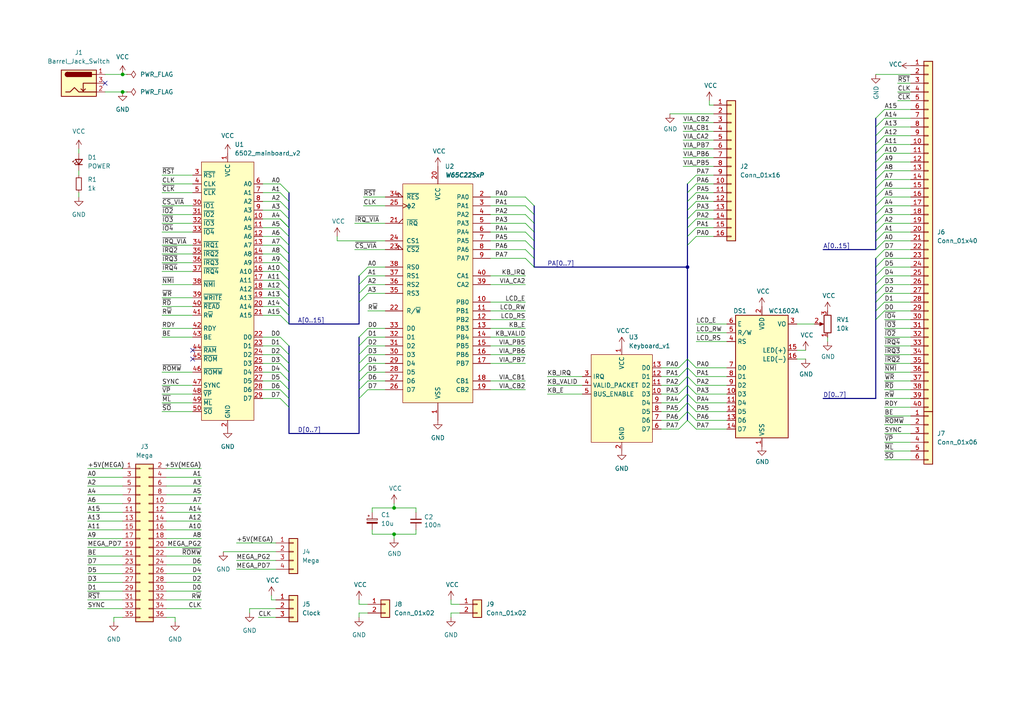
<source format=kicad_sch>
(kicad_sch (version 20211123) (generator eeschema)
  (paper "A4")
  (title_block (title "Project Title") (date "Date") (rev "REV") (comment 2 "<REPO-URL>") (comment 3 "Licensed under CERN-OHL-W v2") (comment 4 "Copyright © 2022 Adrien Kohlbecker"))
  (junction (at 114.3 147.32))
  (junction (at 35.56 26.67))
  (junction (at 114.3 154.94))
  (junction (at 35.56 21.59))
  (junction (at 199.39 77.47))
  (no_connect (at 55.88 104.14))
  (no_connect (at 30.48 24.13))
  (no_connect (at 55.88 101.6))
  (bus_entry (at 201.93 111.76) (size -2.54 -2.54))
  (bus_entry (at 81.28 68.58) (size 2.54 2.54))
  (bus_entry (at 154.94 77.47) (size -2.54 -2.54))
  (bus_entry (at 106.68 77.47) (size -2.54 2.54))
  (bus_entry (at 256.54 62.23) (size -2.54 2.54))
  (bus_entry (at 81.28 105.41) (size 2.54 2.54))
  (bus_entry (at 106.68 100.33) (size -2.54 2.54))
  (bus_entry (at 106.68 105.41) (size -2.54 2.54))
  (bus_entry (at 81.28 97.79) (size 2.54 2.54))
  (bus_entry (at 201.93 58.42) (size -2.54 2.54))
  (bus_entry (at 81.28 91.44) (size 2.54 2.54))
  (bus_entry (at 201.93 55.88) (size -2.54 2.54))
  (bus_entry (at 154.94 74.93) (size -2.54 -2.54))
  (bus_entry (at 201.93 119.38) (size -2.54 -2.54))
  (bus_entry (at 256.54 36.83) (size -2.54 2.54))
  (bus_entry (at 81.28 63.5) (size 2.54 2.54))
  (bus_entry (at 81.28 71.12) (size 2.54 2.54))
  (bus_entry (at 256.54 80.01) (size -2.54 2.54))
  (bus_entry (at 201.93 53.34) (size -2.54 2.54))
  (bus_entry (at 81.28 113.03) (size 2.54 2.54))
  (bus_entry (at 201.93 121.92) (size -2.54 -2.54))
  (bus_entry (at 256.54 82.55) (size -2.54 2.54))
  (bus_entry (at 106.68 85.09) (size -2.54 2.54))
  (bus_entry (at 256.54 46.99) (size -2.54 2.54))
  (bus_entry (at 256.54 64.77) (size -2.54 2.54))
  (bus_entry (at 201.93 63.5) (size -2.54 2.54))
  (bus_entry (at 256.54 49.53) (size -2.54 2.54))
  (bus_entry (at 81.28 107.95) (size 2.54 2.54))
  (bus_entry (at 256.54 87.63) (size -2.54 2.54))
  (bus_entry (at 106.68 97.79) (size -2.54 2.54))
  (bus_entry (at 81.28 63.5) (size 2.54 2.54))
  (bus_entry (at 256.54 34.29) (size -2.54 2.54))
  (bus_entry (at 256.54 44.45) (size -2.54 2.54))
  (bus_entry (at 196.85 114.3) (size 2.54 -2.54))
  (bus_entry (at 154.94 62.23) (size -2.54 -2.54))
  (bus_entry (at 106.68 95.25) (size -2.54 2.54))
  (bus_entry (at 81.28 88.9) (size 2.54 2.54))
  (bus_entry (at 201.93 50.8) (size -2.54 2.54))
  (bus_entry (at 196.85 106.68) (size 2.54 -2.54))
  (bus_entry (at 81.28 78.74) (size 2.54 2.54))
  (bus_entry (at 201.93 60.96) (size -2.54 2.54))
  (bus_entry (at 106.68 80.01) (size -2.54 2.54))
  (bus_entry (at 201.93 68.58) (size -2.54 2.54))
  (bus_entry (at 256.54 57.15) (size -2.54 2.54))
  (bus_entry (at 81.28 76.2) (size 2.54 2.54))
  (bus_entry (at 256.54 85.09) (size -2.54 2.54))
  (bus_entry (at 154.94 72.39) (size -2.54 -2.54))
  (bus_entry (at 196.85 116.84) (size 2.54 -2.54))
  (bus_entry (at 256.54 31.75) (size -2.54 2.54))
  (bus_entry (at 81.28 115.57) (size 2.54 2.54))
  (bus_entry (at 256.54 90.17) (size -2.54 2.54))
  (bus_entry (at 256.54 54.61) (size -2.54 2.54))
  (bus_entry (at 201.93 106.68) (size -2.54 -2.54))
  (bus_entry (at 81.28 66.04) (size 2.54 2.54))
  (bus_entry (at 106.68 110.49) (size -2.54 2.54))
  (bus_entry (at 256.54 77.47) (size -2.54 2.54))
  (bus_entry (at 106.68 113.03) (size -2.54 2.54))
  (bus_entry (at 81.28 100.33) (size 2.54 2.54))
  (bus_entry (at 81.28 55.88) (size 2.54 2.54))
  (bus_entry (at 81.28 58.42) (size 2.54 2.54))
  (bus_entry (at 196.85 119.38) (size 2.54 -2.54))
  (bus_entry (at 154.94 69.85) (size -2.54 -2.54))
  (bus_entry (at 201.93 114.3) (size -2.54 -2.54))
  (bus_entry (at 196.85 124.46) (size 2.54 -2.54))
  (bus_entry (at 154.94 64.77) (size -2.54 -2.54))
  (bus_entry (at 256.54 39.37) (size -2.54 2.54))
  (bus_entry (at 154.94 59.69) (size -2.54 -2.54))
  (bus_entry (at 196.85 121.92) (size 2.54 -2.54))
  (bus_entry (at 154.94 67.31) (size -2.54 -2.54))
  (bus_entry (at 81.28 53.34) (size 2.54 2.54))
  (bus_entry (at 81.28 86.36) (size 2.54 2.54))
  (bus_entry (at 196.85 111.76) (size 2.54 -2.54))
  (bus_entry (at 256.54 72.39) (size -2.54 2.54))
  (bus_entry (at 81.28 83.82) (size 2.54 2.54))
  (bus_entry (at 81.28 102.87) (size 2.54 2.54))
  (bus_entry (at 196.85 109.22) (size 2.54 -2.54))
  (bus_entry (at 106.68 107.95) (size -2.54 2.54))
  (bus_entry (at 256.54 59.69) (size -2.54 2.54))
  (bus_entry (at 106.68 102.87) (size -2.54 2.54))
  (bus_entry (at 201.93 116.84) (size -2.54 -2.54))
  (bus_entry (at 81.28 81.28) (size 2.54 2.54))
  (bus_entry (at 256.54 52.07) (size -2.54 2.54))
  (bus_entry (at 81.28 60.96) (size 2.54 2.54))
  (bus_entry (at 256.54 69.85) (size -2.54 2.54))
  (bus_entry (at 81.28 73.66) (size 2.54 2.54))
  (bus_entry (at 81.28 110.49) (size 2.54 2.54))
  (bus_entry (at 256.54 41.91) (size -2.54 2.54))
  (bus_entry (at 201.93 66.04) (size -2.54 2.54))
  (bus_entry (at 256.54 67.31) (size -2.54 2.54))
  (bus_entry (at 201.93 124.46) (size -2.54 -2.54))
  (bus_entry (at 256.54 74.93) (size -2.54 2.54))
  (bus_entry (at 106.68 82.55) (size -2.54 2.54))
  (bus_entry (at 201.93 109.22) (size -2.54 -2.54))
  (bus (pts (xy 104.14 100.33) (xy 104.14 102.87)))
  (wire (pts (xy 201.93 93.98) (xy 210.82 93.98)))
  (wire (pts (xy 76.2 107.95) (xy 81.28 107.95)))
  (wire (pts (xy 114.3 146.05) (xy 114.3 147.32)))
  (bus (pts (xy 199.39 119.38) (xy 199.39 121.92)))
  (wire (pts (xy 191.77 109.22) (xy 196.85 109.22)))
  (bus (pts (xy 254 85.09) (xy 254 87.63)))
  (wire (pts (xy 210.82 124.46) (xy 201.93 124.46)))
  (wire (pts (xy 198.12 35.56) (xy 207.01 35.56)))
  (bus (pts (xy 199.39 53.34) (xy 199.39 55.88)))
  (bus (pts (xy 83.82 115.57) (xy 83.82 118.11)))
  (wire (pts (xy 256.54 41.91) (xy 264.16 41.91)))
  (wire (pts (xy 256.54 90.17) (xy 264.16 90.17)))
  (bus (pts (xy 83.82 100.33) (xy 83.82 102.87)))
  (bus (pts (xy 254 36.83) (xy 254 39.37)))
  (bus (pts (xy 104.14 102.87) (xy 104.14 105.41)))
  (wire (pts (xy 25.4 146.05) (xy 35.56 146.05)))
  (wire (pts (xy 72.39 176.53) (xy 80.01 176.53)))
  (bus (pts (xy 254 57.15) (xy 254 59.69)))
  (wire (pts (xy 25.4 151.13) (xy 35.56 151.13)))
  (bus (pts (xy 83.82 88.9) (xy 83.82 91.44)))
  (wire (pts (xy 210.82 106.68) (xy 201.93 106.68)))
  (wire (pts (xy 111.76 85.09) (xy 106.68 85.09)))
  (wire (pts (xy 201.93 99.06) (xy 210.82 99.06)))
  (wire (pts (xy 256.54 69.85) (xy 264.16 69.85)))
  (wire (pts (xy 256.54 123.19) (xy 264.16 123.19)))
  (bus (pts (xy 104.14 97.79) (xy 104.14 100.33)))
  (wire (pts (xy 256.54 118.11) (xy 264.16 118.11)))
  (wire (pts (xy 46.99 116.84) (xy 55.88 116.84)))
  (wire (pts (xy 260.35 26.67) (xy 264.16 26.67)))
  (bus (pts (xy 254 67.31) (xy 254 69.85)))
  (bus (pts (xy 254 34.29) (xy 254 36.83)))
  (wire (pts (xy 256.54 92.71) (xy 264.16 92.71)))
  (wire (pts (xy 48.26 163.83) (xy 58.42 163.83)))
  (bus (pts (xy 254 46.99) (xy 254 49.53)))
  (bus (pts (xy 199.39 114.3) (xy 199.39 116.84)))
  (wire (pts (xy 76.2 66.04) (xy 81.28 66.04)))
  (wire (pts (xy 48.26 143.51) (xy 58.42 143.51)))
  (wire (pts (xy 210.82 119.38) (xy 201.93 119.38)))
  (bus (pts (xy 83.82 58.42) (xy 83.82 60.96)))
  (wire (pts (xy 210.82 111.76) (xy 201.93 111.76)))
  (wire (pts (xy 111.76 100.33) (xy 106.68 100.33)))
  (wire (pts (xy 111.76 95.25) (xy 106.68 95.25)))
  (bus (pts (xy 199.39 68.58) (xy 199.39 71.12)))
  (wire (pts (xy 48.26 161.29) (xy 58.42 161.29)))
  (bus (pts (xy 104.14 105.41) (xy 104.14 107.95)))
  (bus (pts (xy 83.82 76.2) (xy 83.82 78.74)))
  (bus (pts (xy 254 74.93) (xy 254 77.47)))
  (wire (pts (xy 142.24 110.49) (xy 152.4 110.49)))
  (wire (pts (xy 198.12 38.1) (xy 207.01 38.1)))
  (wire (pts (xy 25.4 148.59) (xy 35.56 148.59)))
  (bus (pts (xy 83.82 93.98) (xy 104.14 93.98)))
  (bus (pts (xy 83.82 107.95) (xy 83.82 110.49)))
  (wire (pts (xy 48.26 176.53) (xy 58.42 176.53)))
  (wire (pts (xy 256.54 52.07) (xy 264.16 52.07)))
  (wire (pts (xy 111.76 77.47) (xy 106.68 77.47)))
  (wire (pts (xy 104.14 179.07) (xy 104.14 177.8)))
  (wire (pts (xy 48.26 138.43) (xy 58.42 138.43)))
  (bus (pts (xy 199.39 111.76) (xy 199.39 114.3)))
  (wire (pts (xy 198.12 43.18) (xy 207.01 43.18)))
  (wire (pts (xy 210.82 109.22) (xy 201.93 109.22)))
  (wire (pts (xy 68.58 162.56) (xy 80.01 162.56)))
  (wire (pts (xy 25.4 168.91) (xy 35.56 168.91)))
  (wire (pts (xy 48.26 140.97) (xy 58.42 140.97)))
  (wire (pts (xy 256.54 125.73) (xy 264.16 125.73)))
  (bus (pts (xy 83.82 113.03) (xy 83.82 115.57)))
  (wire (pts (xy 142.24 97.79) (xy 152.4 97.79)))
  (wire (pts (xy 198.12 45.72) (xy 207.01 45.72)))
  (bus (pts (xy 83.82 55.88) (xy 83.82 58.42)))
  (wire (pts (xy 142.24 59.69) (xy 152.4 59.69)))
  (bus (pts (xy 83.82 86.36) (xy 83.82 88.9)))
  (wire (pts (xy 142.24 72.39) (xy 152.4 72.39)))
  (bus (pts (xy 254 80.01) (xy 254 82.55)))
  (bus (pts (xy 104.14 87.63) (xy 104.14 93.98)))
  (wire (pts (xy 256.54 31.75) (xy 264.16 31.75)))
  (wire (pts (xy 201.93 66.04) (xy 207.01 66.04)))
  (wire (pts (xy 106.68 175.26) (xy 104.14 175.26)))
  (wire (pts (xy 205.74 30.48) (xy 205.74 29.21)))
  (wire (pts (xy 33.02 179.07) (xy 35.56 179.07)))
  (wire (pts (xy 46.99 78.74) (xy 55.88 78.74)))
  (wire (pts (xy 76.2 115.57) (xy 81.28 115.57)))
  (bus (pts (xy 254 64.77) (xy 254 67.31)))
  (wire (pts (xy 142.24 69.85) (xy 152.4 69.85)))
  (bus (pts (xy 199.39 104.14) (xy 199.39 106.68)))
  (wire (pts (xy 46.99 97.79) (xy 55.88 97.79)))
  (wire (pts (xy 76.2 58.42) (xy 81.28 58.42)))
  (wire (pts (xy 76.2 100.33) (xy 81.28 100.33)))
  (wire (pts (xy 120.65 147.32) (xy 120.65 148.59)))
  (bus (pts (xy 199.39 63.5) (xy 199.39 66.04)))
  (wire (pts (xy 142.24 92.71) (xy 152.4 92.71)))
  (wire (pts (xy 48.26 151.13) (xy 58.42 151.13)))
  (wire (pts (xy 25.4 138.43) (xy 35.56 138.43)))
  (wire (pts (xy 130.81 179.07) (xy 130.81 177.8)))
  (bus (pts (xy 104.14 115.57) (xy 104.14 125.73)))
  (bus (pts (xy 83.82 83.82) (xy 83.82 86.36)))
  (wire (pts (xy 256.54 107.95) (xy 264.16 107.95)))
  (wire (pts (xy 76.2 81.28) (xy 81.28 81.28)))
  (wire (pts (xy 114.3 154.94) (xy 107.95 154.94)))
  (bus (pts (xy 154.94 72.39) (xy 154.94 74.93)))
  (bus (pts (xy 83.82 66.04) (xy 83.82 68.58)))
  (wire (pts (xy 111.76 97.79) (xy 106.68 97.79)))
  (wire (pts (xy 46.99 53.34) (xy 55.88 53.34)))
  (wire (pts (xy 260.35 29.21) (xy 264.16 29.21)))
  (wire (pts (xy 256.54 67.31) (xy 264.16 67.31)))
  (wire (pts (xy 46.99 71.12) (xy 55.88 71.12)))
  (bus (pts (xy 254 90.17) (xy 254 92.71)))
  (bus (pts (xy 238.76 72.39) (xy 254 72.39)))
  (wire (pts (xy 78.74 173.99) (xy 80.01 173.99)))
  (wire (pts (xy 201.93 50.8) (xy 207.01 50.8)))
  (bus (pts (xy 154.94 67.31) (xy 154.94 64.77)))
  (wire (pts (xy 256.54 130.81) (xy 264.16 130.81)))
  (bus (pts (xy 83.82 91.44) (xy 83.82 93.98)))
  (wire (pts (xy 76.2 102.87) (xy 81.28 102.87)))
  (wire (pts (xy 256.54 49.53) (xy 264.16 49.53)))
  (bus (pts (xy 254 39.37) (xy 254 41.91)))
  (bus (pts (xy 83.82 78.74) (xy 83.82 81.28)))
  (wire (pts (xy 256.54 97.79) (xy 264.16 97.79)))
  (wire (pts (xy 142.24 64.77) (xy 152.4 64.77)))
  (wire (pts (xy 256.54 62.23) (xy 264.16 62.23)))
  (wire (pts (xy 256.54 115.57) (xy 264.16 115.57)))
  (bus (pts (xy 83.82 63.5) (xy 83.82 66.04)))
  (bus (pts (xy 154.94 72.39) (xy 154.94 69.85)))
  (wire (pts (xy 76.2 83.82) (xy 81.28 83.82)))
  (wire (pts (xy 256.54 80.01) (xy 264.16 80.01)))
  (wire (pts (xy 256.54 54.61) (xy 264.16 54.61)))
  (wire (pts (xy 256.54 64.77) (xy 264.16 64.77)))
  (wire (pts (xy 130.81 177.8) (xy 133.35 177.8)))
  (wire (pts (xy 46.99 88.9) (xy 55.88 88.9)))
  (wire (pts (xy 191.77 114.3) (xy 196.85 114.3)))
  (bus (pts (xy 104.14 80.01) (xy 104.14 82.55)))
  (bus (pts (xy 104.14 82.55) (xy 104.14 85.09)))
  (bus (pts (xy 83.82 73.66) (xy 83.82 76.2)))
  (bus (pts (xy 254 87.63) (xy 254 90.17)))
  (wire (pts (xy 22.86 49.53) (xy 22.86 50.8)))
  (wire (pts (xy 76.2 105.41) (xy 81.28 105.41)))
  (bus (pts (xy 154.94 77.47) (xy 154.94 74.93)))
  (wire (pts (xy 201.93 55.88) (xy 207.01 55.88)))
  (wire (pts (xy 191.77 121.92) (xy 196.85 121.92)))
  (wire (pts (xy 76.2 68.58) (xy 81.28 68.58)))
  (wire (pts (xy 48.26 146.05) (xy 58.42 146.05)))
  (wire (pts (xy 256.54 120.65) (xy 264.16 120.65)))
  (wire (pts (xy 233.68 101.6) (xy 231.14 101.6)))
  (wire (pts (xy 22.86 55.88) (xy 22.86 57.15)))
  (wire (pts (xy 104.14 177.8) (xy 106.68 177.8)))
  (bus (pts (xy 83.82 102.87) (xy 83.82 105.41)))
  (wire (pts (xy 111.76 105.41) (xy 106.68 105.41)))
  (wire (pts (xy 25.4 140.97) (xy 35.56 140.97)))
  (wire (pts (xy 142.24 62.23) (xy 152.4 62.23)))
  (bus (pts (xy 254 44.45) (xy 254 46.99)))
  (wire (pts (xy 76.2 63.5) (xy 81.28 63.5)))
  (wire (pts (xy 142.24 113.03) (xy 152.4 113.03)))
  (wire (pts (xy 68.58 165.1) (xy 80.01 165.1)))
  (wire (pts (xy 142.24 87.63) (xy 152.4 87.63)))
  (bus (pts (xy 254 69.85) (xy 254 72.39)))
  (wire (pts (xy 48.26 135.89) (xy 58.42 135.89)))
  (wire (pts (xy 142.24 100.33) (xy 152.4 100.33)))
  (wire (pts (xy 76.2 78.74) (xy 81.28 78.74)))
  (wire (pts (xy 25.4 173.99) (xy 35.56 173.99)))
  (wire (pts (xy 191.77 106.68) (xy 196.85 106.68)))
  (wire (pts (xy 25.4 156.21) (xy 35.56 156.21)))
  (wire (pts (xy 256.54 133.35) (xy 264.16 133.35)))
  (wire (pts (xy 78.74 172.72) (xy 78.74 173.99)))
  (wire (pts (xy 142.24 90.17) (xy 152.4 90.17)))
  (wire (pts (xy 201.93 53.34) (xy 207.01 53.34)))
  (wire (pts (xy 22.86 43.18) (xy 22.86 44.45)))
  (wire (pts (xy 256.54 34.29) (xy 264.16 34.29)))
  (wire (pts (xy 25.4 163.83) (xy 35.56 163.83)))
  (wire (pts (xy 46.99 91.44) (xy 55.88 91.44)))
  (wire (pts (xy 191.77 116.84) (xy 196.85 116.84)))
  (wire (pts (xy 201.93 60.96) (xy 207.01 60.96)))
  (wire (pts (xy 133.35 175.26) (xy 130.81 175.26)))
  (wire (pts (xy 142.24 74.93) (xy 152.4 74.93)))
  (bus (pts (xy 199.39 55.88) (xy 199.39 58.42)))
  (bus (pts (xy 199.39 109.22) (xy 199.39 111.76)))
  (wire (pts (xy 107.95 148.59) (xy 107.95 147.32)))
  (wire (pts (xy 48.26 158.75) (xy 58.42 158.75)))
  (wire (pts (xy 48.26 156.21) (xy 58.42 156.21)))
  (wire (pts (xy 158.75 109.22) (xy 168.91 109.22)))
  (wire (pts (xy 111.76 80.01) (xy 106.68 80.01)))
  (wire (pts (xy 48.26 148.59) (xy 58.42 148.59)))
  (bus (pts (xy 254 62.23) (xy 254 64.77)))
  (wire (pts (xy 256.54 72.39) (xy 264.16 72.39)))
  (wire (pts (xy 76.2 53.34) (xy 81.28 53.34)))
  (wire (pts (xy 76.2 73.66) (xy 81.28 73.66)))
  (wire (pts (xy 107.95 154.94) (xy 107.95 153.67)))
  (wire (pts (xy 46.99 82.55) (xy 55.88 82.55)))
  (wire (pts (xy 256.54 87.63) (xy 264.16 87.63)))
  (bus (pts (xy 254 52.07) (xy 254 54.61)))
  (wire (pts (xy 76.2 76.2) (xy 81.28 76.2)))
  (wire (pts (xy 76.2 60.96) (xy 81.28 60.96)))
  (wire (pts (xy 198.12 48.26) (xy 207.01 48.26)))
  (bus (pts (xy 154.94 77.47) (xy 199.39 77.47)))
  (wire (pts (xy 201.93 96.52) (xy 210.82 96.52)))
  (wire (pts (xy 236.22 93.98) (xy 231.14 93.98)))
  (wire (pts (xy 142.24 67.31) (xy 152.4 67.31)))
  (wire (pts (xy 256.54 82.55) (xy 264.16 82.55)))
  (wire (pts (xy 68.58 157.48) (xy 80.01 157.48)))
  (wire (pts (xy 142.24 82.55) (xy 152.4 82.55)))
  (wire (pts (xy 256.54 100.33) (xy 264.16 100.33)))
  (wire (pts (xy 72.39 177.8) (xy 72.39 176.53)))
  (bus (pts (xy 199.39 71.12) (xy 199.39 77.47)))
  (wire (pts (xy 25.4 158.75) (xy 35.56 158.75)))
  (wire (pts (xy 111.76 107.95) (xy 106.68 107.95)))
  (wire (pts (xy 142.24 57.15) (xy 152.4 57.15)))
  (wire (pts (xy 114.3 147.32) (xy 120.65 147.32)))
  (wire (pts (xy 107.95 147.32) (xy 114.3 147.32)))
  (bus (pts (xy 154.94 62.23) (xy 154.94 59.69)))
  (wire (pts (xy 207.01 30.48) (xy 205.74 30.48)))
  (wire (pts (xy 256.54 46.99) (xy 264.16 46.99)))
  (wire (pts (xy 46.99 50.8) (xy 55.88 50.8)))
  (wire (pts (xy 194.31 33.02) (xy 207.01 33.02)))
  (wire (pts (xy 158.75 114.3) (xy 168.91 114.3)))
  (wire (pts (xy 210.82 116.84) (xy 201.93 116.84)))
  (wire (pts (xy 256.54 128.27) (xy 264.16 128.27)))
  (wire (pts (xy 111.76 113.03) (xy 106.68 113.03)))
  (wire (pts (xy 256.54 77.47) (xy 264.16 77.47)))
  (bus (pts (xy 154.94 69.85) (xy 154.94 67.31)))
  (bus (pts (xy 254 54.61) (xy 254 57.15)))
  (bus (pts (xy 199.39 77.47) (xy 199.39 104.14)))
  (wire (pts (xy 76.2 91.44) (xy 81.28 91.44)))
  (bus (pts (xy 83.82 71.12) (xy 83.82 73.66)))
  (wire (pts (xy 46.99 86.36) (xy 55.88 86.36)))
  (bus (pts (xy 104.14 107.95) (xy 104.14 110.49)))
  (wire (pts (xy 201.93 68.58) (xy 207.01 68.58)))
  (wire (pts (xy 158.75 111.76) (xy 168.91 111.76)))
  (wire (pts (xy 50.8 180.34) (xy 50.8 179.07)))
  (bus (pts (xy 83.82 60.96) (xy 83.82 63.5)))
  (wire (pts (xy 33.02 180.34) (xy 33.02 179.07)))
  (wire (pts (xy 256.54 44.45) (xy 264.16 44.45)))
  (bus (pts (xy 199.39 58.42) (xy 199.39 60.96)))
  (wire (pts (xy 46.99 95.25) (xy 55.88 95.25)))
  (wire (pts (xy 256.54 59.69) (xy 264.16 59.69)))
  (bus (pts (xy 254 49.53) (xy 254 52.07)))
  (wire (pts (xy 231.14 104.14) (xy 233.68 104.14)))
  (wire (pts (xy 30.48 26.67) (xy 35.56 26.67)))
  (bus (pts (xy 254 77.47) (xy 254 80.01)))
  (wire (pts (xy 25.4 153.67) (xy 35.56 153.67)))
  (wire (pts (xy 256.54 95.25) (xy 264.16 95.25)))
  (bus (pts (xy 83.82 110.49) (xy 83.82 113.03)))
  (wire (pts (xy 256.54 57.15) (xy 264.16 57.15)))
  (wire (pts (xy 35.56 21.59) (xy 36.83 21.59)))
  (wire (pts (xy 46.99 64.77) (xy 55.88 64.77)))
  (wire (pts (xy 48.26 173.99) (xy 58.42 173.99)))
  (wire (pts (xy 120.65 154.94) (xy 114.3 154.94)))
  (wire (pts (xy 46.99 76.2) (xy 55.88 76.2)))
  (wire (pts (xy 48.26 166.37) (xy 58.42 166.37)))
  (wire (pts (xy 46.99 55.88) (xy 55.88 55.88)))
  (bus (pts (xy 254 59.69) (xy 254 62.23)))
  (wire (pts (xy 25.4 161.29) (xy 35.56 161.29)))
  (wire (pts (xy 105.41 59.69) (xy 111.76 59.69)))
  (bus (pts (xy 83.82 81.28) (xy 83.82 83.82)))
  (wire (pts (xy 256.54 105.41) (xy 264.16 105.41)))
  (bus (pts (xy 199.39 66.04) (xy 199.39 68.58)))
  (wire (pts (xy 97.79 68.58) (xy 97.79 69.85)))
  (wire (pts (xy 256.54 36.83) (xy 264.16 36.83)))
  (bus (pts (xy 83.82 68.58) (xy 83.82 71.12)))
  (wire (pts (xy 48.26 171.45) (xy 58.42 171.45)))
  (wire (pts (xy 64.77 160.02) (xy 80.01 160.02)))
  (wire (pts (xy 46.99 67.31) (xy 55.88 67.31)))
  (wire (pts (xy 111.76 82.55) (xy 106.68 82.55)))
  (wire (pts (xy 50.8 179.07) (xy 48.26 179.07)))
  (wire (pts (xy 48.26 153.67) (xy 58.42 153.67)))
  (bus (pts (xy 83.82 118.11) (xy 83.82 125.73)))
  (wire (pts (xy 240.03 99.06) (xy 240.03 97.79)))
  (wire (pts (xy 191.77 111.76) (xy 196.85 111.76)))
  (bus (pts (xy 104.14 85.09) (xy 104.14 87.63)))
  (bus (pts (xy 238.76 115.57) (xy 254 115.57)))
  (bus (pts (xy 254 82.55) (xy 254 85.09)))
  (wire (pts (xy 46.99 62.23) (xy 55.88 62.23)))
  (wire (pts (xy 97.79 69.85) (xy 111.76 69.85)))
  (wire (pts (xy 46.99 59.69) (xy 55.88 59.69)))
  (wire (pts (xy 198.12 40.64) (xy 207.01 40.64)))
  (wire (pts (xy 76.2 113.03) (xy 81.28 113.03)))
  (wire (pts (xy 46.99 73.66) (xy 55.88 73.66)))
  (bus (pts (xy 199.39 116.84) (xy 199.39 119.38)))
  (wire (pts (xy 256.54 39.37) (xy 264.16 39.37)))
  (wire (pts (xy 46.99 107.95) (xy 55.88 107.95)))
  (wire (pts (xy 76.2 86.36) (xy 81.28 86.36)))
  (wire (pts (xy 76.2 97.79) (xy 81.28 97.79)))
  (wire (pts (xy 102.87 72.39) (xy 111.76 72.39)))
  (wire (pts (xy 46.99 114.3) (xy 55.88 114.3)))
  (wire (pts (xy 114.3 156.21) (xy 114.3 154.94)))
  (bus (pts (xy 199.39 106.68) (xy 199.39 109.22)))
  (bus (pts (xy 154.94 64.77) (xy 154.94 62.23)))
  (wire (pts (xy 111.76 102.87) (xy 106.68 102.87)))
  (wire (pts (xy 25.4 143.51) (xy 35.56 143.51)))
  (wire (pts (xy 106.68 90.17) (xy 111.76 90.17)))
  (wire (pts (xy 102.87 64.77) (xy 111.76 64.77)))
  (wire (pts (xy 191.77 119.38) (xy 196.85 119.38)))
  (wire (pts (xy 201.93 58.42) (xy 207.01 58.42)))
  (wire (pts (xy 25.4 171.45) (xy 35.56 171.45)))
  (wire (pts (xy 130.81 175.26) (xy 130.81 173.99)))
  (bus (pts (xy 83.82 125.73) (xy 104.14 125.73)))
  (wire (pts (xy 76.2 55.88) (xy 81.28 55.88)))
  (wire (pts (xy 210.82 114.3) (xy 201.93 114.3)))
  (wire (pts (xy 46.99 111.76) (xy 55.88 111.76)))
  (bus (pts (xy 199.39 60.96) (xy 199.39 63.5)))
  (wire (pts (xy 25.4 135.89) (xy 35.56 135.89)))
  (wire (pts (xy 76.2 71.12) (xy 81.28 71.12)))
  (wire (pts (xy 191.77 124.46) (xy 196.85 124.46)))
  (wire (pts (xy 25.4 166.37) (xy 35.56 166.37)))
  (wire (pts (xy 142.24 95.25) (xy 152.4 95.25)))
  (wire (pts (xy 260.35 24.13) (xy 264.16 24.13)))
  (wire (pts (xy 25.4 176.53) (xy 35.56 176.53)))
  (wire (pts (xy 76.2 110.49) (xy 81.28 110.49)))
  (wire (pts (xy 46.99 119.38) (xy 55.88 119.38)))
  (wire (pts (xy 30.48 21.59) (xy 35.56 21.59)))
  (bus (pts (xy 83.82 105.41) (xy 83.82 107.95)))
  (wire (pts (xy 256.54 102.87) (xy 264.16 102.87)))
  (wire (pts (xy 76.2 88.9) (xy 81.28 88.9)))
  (wire (pts (xy 35.56 26.67) (xy 36.83 26.67)))
  (wire (pts (xy 105.41 57.15) (xy 111.76 57.15)))
  (bus (pts (xy 254 92.71) (xy 254 115.57)))
  (wire (pts (xy 120.65 153.67) (xy 120.65 154.94)))
  (bus (pts (xy 104.14 110.49) (xy 104.14 113.03)))
  (wire (pts (xy 254 21.59) (xy 264.16 21.59)))
  (wire (pts (xy 210.82 121.92) (xy 201.93 121.92)))
  (wire (pts (xy 111.76 110.49) (xy 106.68 110.49)))
  (wire (pts (xy 142.24 80.01) (xy 152.4 80.01)))
  (bus (pts (xy 104.14 113.03) (xy 104.14 115.57)))
  (wire (pts (xy 201.93 63.5) (xy 207.01 63.5)))
  (wire (pts (xy 256.54 110.49) (xy 264.16 110.49)))
  (wire (pts (xy 142.24 105.41) (xy 152.4 105.41)))
  (wire (pts (xy 142.24 102.87) (xy 152.4 102.87)))
  (wire (pts (xy 256.54 113.03) (xy 264.16 113.03)))
  (wire (pts (xy 256.54 85.09) (xy 264.16 85.09)))
  (wire (pts (xy 74.93 179.07) (xy 80.01 179.07)))
  (wire (pts (xy 256.54 74.93) (xy 264.16 74.93)))
  (bus (pts (xy 254 41.91) (xy 254 44.45)))
  (wire (pts (xy 48.26 168.91) (xy 58.42 168.91)))
  (wire (pts (xy 104.14 175.26) (xy 104.14 173.99)))
  (label "PA7" (at 201.93 50.8 0))
  (label "PA2" (at 147.32 62.23 180))
  (label "~{VP}" (at 46.99 114.3 0))
  (label "PA1" (at 201.93 66.04 0))
  (label "~{IRQ2}" (at 46.99 73.66 0))
  (label "A7" (at 58.42 146.05 180))
  (label "~{IRQ4}" (at 46.99 78.74 0))
  (label "+5V(MEGA)" (at 25.4 135.89 0))
  (label "CLK" (at 74.93 179.07 0))
  (label "~{ROMW}" (at 46.99 107.95 0))
  (label "D2" (at 58.42 168.91 180))
  (label "MEGA_PG2" (at 58.42 158.75 180))
  (label "D4" (at 256.54 80.01 0))
  (label "D6" (at 256.54 74.93 0))
  (label "LCD_E" (at 201.93 93.98 0))
  (label "PA1" (at 147.32 59.69 180))
  (label "PA6" (at 201.93 121.92 0))
  (label "LCD_E" (at 152.4 87.63 180))
  (label "D6" (at 106.68 110.49 0))
  (label "~{CS_VIA}" (at 102.87 72.39 0))
  (label "D[0..7]" (at 238.76 115.57 0))
  (label "PA2" (at 201.93 63.5 0))
  (label "A1" (at 58.42 138.43 180))
  (label "A1" (at 256.54 67.31 0))
  (label "D[0..7]" (at 86.36 125.73 0))
  (label "A12" (at 256.54 39.37 0))
  (label "PA1" (at 196.85 109.22 180))
  (label "KB_IRQ" (at 158.75 109.22 0))
  (label "~{IO2}" (at 256.54 97.79 0))
  (label "~{IRQ3}" (at 256.54 102.87 0))
  (label "A11" (at 25.4 153.67 0))
  (label "D6" (at 81.28 113.03 180))
  (label "A9" (at 81.28 76.2 180))
  (label "D4" (at 106.68 105.41 0))
  (label "PA[0..7]" (at 158.75 77.47 0))
  (label "LCD_RS" (at 201.93 99.06 0))
  (label "D7" (at 256.54 72.39 0))
  (label "PA7" (at 147.32 74.93 180))
  (label "PA5" (at 201.93 55.88 0))
  (label "~{IO3}" (at 46.99 64.77 0))
  (label "D7" (at 81.28 115.57 180))
  (label "A2" (at 25.4 140.97 0))
  (label "A15" (at 81.28 91.44 180))
  (label "+5V(MEGA)" (at 68.58 157.48 0))
  (label "~{IRQ4}" (at 256.54 100.33 0))
  (label "A14" (at 81.28 88.9 180))
  (label "A14" (at 256.54 34.29 0))
  (label "D4" (at 81.28 107.95 180))
  (label "A13" (at 25.4 151.13 0))
  (label "D2" (at 81.28 102.87 180))
  (label "A15" (at 256.54 31.75 0))
  (label "D0" (at 106.68 95.25 0))
  (label "A0" (at 81.28 53.34 180))
  (label "D0" (at 58.42 171.45 180))
  (label "PA0" (at 196.85 106.68 180))
  (label "PA4" (at 196.85 116.84 180))
  (label "~{IO3}" (at 256.54 95.25 0))
  (label "A7" (at 81.28 71.12 180))
  (label "SYNC" (at 25.4 176.53 0))
  (label "A3" (at 256.54 62.23 0))
  (label "PA1" (at 201.93 109.22 0))
  (label "KB_E" (at 158.75 114.3 0))
  (label "D6" (at 58.42 163.83 180))
  (label "~{SO}" (at 256.54 133.35 0))
  (label "A3" (at 106.68 85.09 0))
  (label "PA7" (at 201.93 124.46 0))
  (label "MEGA_PG2" (at 68.58 162.56 0))
  (label "~{WR}" (at 46.99 86.36 0))
  (label "A0" (at 106.68 77.47 0))
  (label "D1" (at 106.68 97.79 0))
  (label "~{NMI}" (at 46.99 82.55 0))
  (label "RDY" (at 46.99 95.25 0))
  (label "R~{W}" (at 46.99 91.44 0))
  (label "LCD_RW" (at 201.93 96.52 0))
  (label "PA5" (at 196.85 119.38 180))
  (label "A12" (at 81.28 83.82 180))
  (label "+5V(MEGA)" (at 58.42 135.89 180))
  (label "PA2" (at 201.93 111.76 0))
  (label "~{IO2}" (at 46.99 62.23 0))
  (label "PA3" (at 201.93 114.3 0))
  (label "VIA_PB7" (at 198.12 43.18 0))
  (label "A4" (at 25.4 143.51 0))
  (label "D3" (at 106.68 102.87 0))
  (label "RDY" (at 256.54 118.11 0))
  (label "VIA_CB1" (at 198.12 38.1 0))
  (label "PA2" (at 196.85 111.76 180))
  (label "~{RST}" (at 46.99 50.8 0))
  (label "A1" (at 81.28 55.88 180))
  (label "PA5" (at 147.32 69.85 180))
  (label "LCD_RW" (at 152.4 90.17 180))
  (label "SYNC" (at 46.99 111.76 0))
  (label "LCD_RS" (at 152.4 92.71 180))
  (label "D3" (at 81.28 105.41 180))
  (label "D1" (at 81.28 100.33 180))
  (label "D2" (at 106.68 100.33 0))
  (label "~{ML}" (at 46.99 116.84 0))
  (label "A[0..15]" (at 86.36 93.98 0))
  (label "VIA_PB5" (at 152.4 100.33 180))
  (label "D7" (at 25.4 163.83 0))
  (label "VIA_PB5" (at 198.12 48.26 0))
  (label "KB_VALID" (at 152.4 97.79 180))
  (label "PA4" (at 201.93 58.42 0))
  (label "A13" (at 81.28 86.36 180))
  (label "A5" (at 81.28 66.04 180))
  (label "A9" (at 256.54 46.99 0))
  (label "~{RST}" (at 25.4 173.99 0))
  (label "~{IRQ_VIA}" (at 46.99 71.12 0))
  (label "A15" (at 25.4 148.59 0))
  (label "VIA_CB2" (at 198.12 35.56 0))
  (label "CLK" (at 46.99 53.34 0))
  (label "D0" (at 81.28 97.79 180))
  (label "A8" (at 58.42 156.21 180))
  (label "SYNC" (at 256.54 125.73 0))
  (label "VIA_PB6" (at 198.12 45.72 0))
  (label "VIA_PB6" (at 152.4 102.87 180))
  (label "R~{W}" (at 256.54 115.57 0))
  (label "~{IO4}" (at 46.99 67.31 0))
  (label "A6" (at 81.28 68.58 180))
  (label "PA3" (at 196.85 114.3 180))
  (label "~{RD}" (at 46.99 88.9 0))
  (label "A[0..15]" (at 238.76 72.39 0))
  (label "D5" (at 81.28 110.49 180))
  (label "A3" (at 81.28 60.96 180))
  (label "PA4" (at 201.93 116.84 0))
  (label "A9" (at 25.4 156.21 0))
  (label "R~{W}" (at 106.68 90.17 0))
  (label "D3" (at 256.54 82.55 0))
  (label "PA5" (at 201.93 119.38 0))
  (label "D5" (at 256.54 77.47 0))
  (label "A12" (at 58.42 151.13 180))
  (label "D1" (at 25.4 171.45 0))
  (label "KB_IRQ" (at 152.4 80.01 180))
  (label "~{IRQ3}" (at 46.99 76.2 0))
  (label "A11" (at 81.28 81.28 180))
  (label "~{IO4}" (at 256.54 92.71 0))
  (label "PA6" (at 196.85 121.92 180))
  (label "A8" (at 256.54 49.53 0))
  (label "D2" (at 256.54 85.09 0))
  (label "~{CS_VIA}" (at 46.99 59.69 0))
  (label "A4" (at 81.28 63.5 180))
  (label "~{VP}" (at 256.54 128.27 0))
  (label "PA6" (at 201.93 53.34 0))
  (label "~{CLK}" (at 46.99 55.88 0))
  (label "PA0" (at 201.93 106.68 0))
  (label "PA0" (at 201.93 68.58 0))
  (label "A6" (at 256.54 54.61 0))
  (label "A3" (at 58.42 140.97 180))
  (label "A10" (at 256.54 44.45 0))
  (label "A7" (at 256.54 52.07 0))
  (label "D7" (at 106.68 113.03 0))
  (label "VIA_CB1" (at 152.4 110.49 180))
  (label "A8" (at 81.28 73.66 180))
  (label "BE" (at 25.4 161.29 0))
  (label "VIA_CA2" (at 198.12 40.64 0))
  (label "A6" (at 25.4 146.05 0))
  (label "A0" (at 25.4 138.43 0))
  (label "A1" (at 106.68 80.01 0))
  (label "A14" (at 58.42 148.59 180))
  (label "BE" (at 46.99 97.79 0))
  (label "PA7" (at 196.85 124.46 180))
  (label "A10" (at 81.28 78.74 180))
  (label "~{ROMW}" (at 256.54 123.19 0))
  (label "A2" (at 81.28 58.42 180))
  (label "~{IRQ2}" (at 256.54 105.41 0))
  (label "~{NMI}" (at 256.54 107.95 0))
  (label "A2" (at 106.68 82.55 0))
  (label "A5" (at 58.42 143.51 180))
  (label "~{CLK}" (at 260.35 29.21 0))
  (label "A13" (at 256.54 36.83 0))
  (label "~{ML}" (at 256.54 130.81 0))
  (label "A4" (at 256.54 59.69 0))
  (label "D3" (at 25.4 168.91 0))
  (label "PA3" (at 201.93 60.96 0))
  (label "PA3" (at 147.32 64.77 180))
  (label "D1" (at 256.54 87.63 0))
  (label "KB_E" (at 152.4 95.25 180))
  (label "D5" (at 25.4 166.37 0))
  (label "R~{W}" (at 58.42 173.99 180))
  (label "PA6" (at 147.32 72.39 180))
  (label "D4" (at 58.42 166.37 180))
  (label "PA0" (at 147.32 57.15 180))
  (label "MEGA_PD7" (at 68.58 165.1 0))
  (label "KB_VALID" (at 158.75 111.76 0))
  (label "D5" (at 106.68 107.95 0))
  (label "A2" (at 256.54 64.77 0))
  (label "CLK" (at 105.41 59.69 0))
  (label "A5" (at 256.54 57.15 0))
  (label "A10" (at 58.42 153.67 180))
  (label "~{WR}" (at 256.54 110.49 0))
  (label "~{RST}" (at 260.35 24.13 0))
  (label "BE" (at 256.54 120.65 0))
  (label "VIA_PB7" (at 152.4 105.41 180))
  (label "A11" (at 256.54 41.91 0))
  (label "PA4" (at 147.32 67.31 180))
  (label "~{RD}" (at 256.54 113.03 0))
  (label "MEGA_PD7" (at 25.4 158.75 0))
  (label "CLK" (at 58.42 176.53 180))
  (label "~{IRQ_VIA}" (at 102.87 64.77 0))
  (label "CLK" (at 260.35 26.67 0))
  (label "A0" (at 256.54 69.85 0))
  (label "~{RST}" (at 105.41 57.15 0))
  (label "~{SO}" (at 46.99 119.38 0))
  (label "D0" (at 256.54 90.17 0))
  (label "~{ROMW}" (at 58.42 161.29 180))
  (label "VIA_CA2" (at 152.4 82.55 180))
  (label "VIA_CB2" (at 152.4 113.03 180))
  (symbol (lib_id "power:VCC") (at 97.79 68.58 0) (unit 1)
    (property "Reference" "#PWR07" (effects hide))
    (property "Value" "VCC" (at 98.171 64.1858 0))
  )
  (symbol (lib_id "power:VCC") (at 264.16 19.05 90) (unit 1)
    (property "Reference" "#PWR028" (effects hide))
    (property "Value" "VCC" (at 259.7658 18.669 90))
  )
  (symbol (lib_id "Connector_Generic:Conn_01x02") (at 111.76 175.26 0) (unit 1)
    (property "Reference" "J8" (at 114.3 175.2599 0) (effects (justify left)))
    (property "Value" "Conn_01x02" (at 114.3 177.7999 0) (effects (justify left)))
    (property "Footprint" "Connector_PinSocket_2.54mm:PinSocket_1x02_P2.54mm_Vertical" (effects hide))
  )
  (symbol (lib_id "Device:R_Small") (at 22.86 53.34 0) (unit 1)
    (property "Reference" "R1" (at 25.4 52.0699 0) (effects (justify left)))
    (property "Value" "1k" (at 25.4 54.6099 0) (effects (justify left)))
    (property "Footprint" "Resistor_THT:R_Axial_DIN0207_L6.3mm_D2.5mm_P7.62mm_Horizontal" (effects hide))
  )
  (symbol (lib_id "power:GND") (at 240.03 99.06 0) (unit 1)
    (property "Reference" "#PWR021" (effects hide))
    (property "Value" "GND" (at 240.157 103.4542 0))
  )
  (symbol (lib_id "Connector_Generic:Conn_01x04") (at 85.09 160.02 0) (unit 1)
    (property "Reference" "J4" (at 87.63 160.0199 0) (effects (justify left)))
    (property "Value" "Mega" (at 87.63 162.5599 0) (effects (justify left)))
    (property "Footprint" "Connector_PinSocket_2.54mm:PinSocket_1x04_P2.54mm_Vertical" (effects hide))
  )
  (symbol (lib_id "Connector_Generic:Conn_01x16") (at 212.09 48.26 0) (unit 1)
    (property "Reference" "J2" (at 214.63 48.2599 0) (effects (justify left)))
    (property "Value" "Conn_01x16" (at 214.63 50.7999 0) (effects (justify left)))
    (property "Footprint" "Connector_PinSocket_2.54mm:PinSocket_1x16_P2.54mm_Vertical" (effects hide))
  )
  (symbol (lib_id "Connector_Generic:Conn_01x40") (at 269.24 67.31 0) (unit 1)
    (property "Reference" "J6" (at 271.78 67.3099 0) (effects (justify left)))
    (property "Value" "Conn_01x40" (at 271.78 69.8499 0) (effects (justify left)))
    (property "Footprint" "Connector_PinSocket_2.54mm:PinSocket_1x40_P2.54mm_Vertical" (effects hide))
  )
  (symbol (lib_id "power:VCC") (at 35.56 21.59 0) (unit 1)
    (property "Reference" "#PWR03" (effects hide))
    (property "Value" "VCC" (at 35.56 16.51 0))
  )
  (symbol (lib_id "power:GND") (at 64.77 160.02 0) (unit 1)
    (property "Reference" "#PWR024" (effects hide))
    (property "Value" "GND" (at 64.77 165.1 0))
  )
  (symbol (lib_id "power:VCC") (at 22.86 43.18 0) (unit 1)
    (property "Reference" "#PWR01" (effects hide))
    (property "Value" "VCC" (at 22.86 38.1 0))
  )
  (symbol (lib_id "power:GND") (at 35.56 26.67 0) (unit 1)
    (property "Reference" "#PWR04" (effects hide))
    (property "Value" "GND" (at 35.56 31.75 0))
  )
  (symbol (lib_id "power:GND") (at 254 21.59 0) (unit 1)
    (property "Reference" "#PWR027" (effects hide))
    (property "Value" "GND" (at 254.127 24.8412 90) (effects (justify right)))
  )
  (symbol (lib_id "Device:C_Small") (at 120.65 151.13 0) (unit 1)
    (property "Reference" "C2" (at 122.9868 149.9616 0) (effects (justify left)))
    (property "Value" "100n" (at 122.9868 152.273 0) (effects (justify left)))
    (property "Footprint" "Capacitor_THT:C_Disc_D5.0mm_W2.5mm_P5.00mm" (effects hide))
  )
  (symbol (lib_id "power:VCC") (at 127 48.26 0) (unit 1)
    (property "Reference" "#PWR010" (effects hide))
    (property "Value" "VCC" (at 127.381 43.8658 0))
  )
  (symbol (lib_id "power:PWR_FLAG") (at 36.83 21.59 270) (mirror x) (unit 1)
    (property "Reference" "#FLG01" (effects hide))
    (property "Value" "PWR_FLAG" (at 40.64 21.5899 90) (effects (justify left)))
  )
  (symbol (lib_id "power:VCC") (at 205.74 29.21 0) (unit 1)
    (property "Reference" "#PWR015" (effects hide))
    (property "Value" "VCC" (at 206.121 24.8158 0))
  )
  (symbol (lib_id "power:GND") (at 114.3 156.21 0) (unit 1)
    (property "Reference" "#PWR09" (effects hide))
    (property "Value" "GND" (at 114.427 160.6042 0))
  )
  (symbol (lib_id "Device:R_Potentiometer") (at 240.03 93.98 180) (unit 1)
    (property "Reference" "RV1" (at 242.57 92.7099 0) (effects (justify right)))
    (property "Value" "10k" (at 242.57 95.2499 0) (effects (justify right)))
    (property "Footprint" "Potentiometer_THT:Potentiometer_Vishay_T7-YA_Single_Vertical" (effects hide))
  )
  (symbol (lib_id "Device:C_Polarized_Small") (at 107.95 151.13 0) (unit 1)
    (property "Reference" "C1" (at 110.49 149.3138 0) (effects (justify left)))
    (property "Value" "10u" (at 110.49 151.8538 0) (effects (justify left)))
    (property "Footprint" "Capacitor_THT:CP_Radial_D4.0mm_P1.50mm" (effects hide))
  )
  (symbol (lib_id "power:VCC") (at 233.68 101.6 0) (unit 1)
    (property "Reference" "#PWR018" (effects hide))
    (property "Value" "VCC" (at 234.061 97.2058 0))
  )
  (symbol (lib_id "AK's_Library:Keyboard_v1") (at 180.34 106.68 0) (unit 1)
    (property "Reference" "U3" (at 182.3594 97.79 0) (effects (justify left)))
    (property "Value" "Keyboard_v1" (at 182.3594 100.33 0) (effects (justify left)))
    (property "Footprint" "AK's_Footprints:Keyboard v1" (effects hide))
    (property "Datasheet" "https://github.com/adrienkohlbecker/6502/tree/master/keyboard" (effects hide))
  )
  (symbol (lib_id "power:GND") (at 233.68 104.14 0) (unit 1)
    (property "Reference" "#PWR019" (effects hide))
    (property "Value" "GND" (at 233.807 108.5342 0))
  )
  (symbol (lib_id "AK's_Library:6502_mainboard_v2") (at 66.04 63.5 0) (unit 1)
    (property "Reference" "U1" (at 68.0594 41.91 0) (effects (justify left)))
    (property "Value" "6502_mainboard_v2" (at 68.0594 44.45 0) (effects (justify left)))
    (property "Footprint" "AK's_Footprints:Mainboard v2" (effects hide))
    (property "Datasheet" "https://github.com/adrienkohlbecker/6502/tree/master/mainboard_v2" (effects hide))
  )
  (symbol (lib_id "power:VCC") (at 66.04 44.45 0) (unit 1)
    (property "Reference" "#PWR05" (effects hide))
    (property "Value" "VCC" (at 66.04 39.37 0))
  )
  (symbol (lib_id "Device:LED_Small") (at 22.86 46.99 90) (unit 1)
    (property "Reference" "D1" (at 25.4 45.6564 90) (effects (justify right)))
    (property "Value" "POWER" (at 25.4 48.1964 90) (effects (justify right)))
    (property "Footprint" "LED_THT:LED_D3.0mm" (effects hide))
  )
  (symbol (lib_id "Connector_Generic:Conn_02x18_Odd_Even") (at 40.64 156.21 0) (unit 1)
    (property "Reference" "J3" (at 41.91 129.54 0))
    (property "Value" "Mega" (at 41.91 132.08 0))
    (property "Footprint" "Connector_PinHeader_2.54mm:PinHeader_2x18_P2.54mm_Vertical" (effects hide))
  )
  (symbol (lib_id "power:VCC") (at 180.34 100.33 0) (unit 1)
    (property "Reference" "#PWR012" (effects hide))
    (property "Value" "VCC" (at 180.721 95.9358 0))
  )
  (symbol (lib_id "power:GND") (at 220.98 129.54 0) (unit 1)
    (property "Reference" "#PWR017" (effects hide))
    (property "Value" "GND" (at 221.107 133.9342 0))
  )
  (symbol (lib_id "power:GND") (at 72.39 177.8 0) (unit 1)
    (property "Reference" "#PWR025" (effects hide))
    (property "Value" "GND" (at 72.39 182.88 0))
  )
  (symbol (lib_id "power:VCC") (at 78.74 172.72 0) (unit 1)
    (property "Reference" "#PWR026" (effects hide))
    (property "Value" "VCC" (at 79.121 168.3258 0))
  )
  (symbol (lib_id "power:GND") (at 180.34 130.81 0) (unit 1)
    (property "Reference" "#PWR013" (effects hide))
    (property "Value" "GND" (at 180.34 135.89 0))
  )
  (symbol (lib_id "power:GND") (at 50.8 180.34 0) (unit 1)
    (property "Reference" "#PWR023" (effects hide))
    (property "Value" "GND" (at 50.8 185.42 0))
  )
  (symbol (lib_id "power:GND") (at 66.04 124.46 0) (unit 1)
    (property "Reference" "#PWR06" (effects hide))
    (property "Value" "GND" (at 66.04 129.54 0))
  )
  (symbol (lib_id "Connector_Generic:Conn_01x03") (at 85.09 176.53 0) (unit 1)
    (property "Reference" "J5" (at 87.63 175.2599 0) (effects (justify left)))
    (property "Value" "Clock" (at 87.63 177.7999 0) (effects (justify left)))
    (property "Footprint" "Connector_PinSocket_2.54mm:PinSocket_1x03_P2.54mm_Vertical" (effects hide))
  )
  (symbol (lib_id "Display_Character:WC1602A") (at 220.98 109.22 0) (unit 1)
    (property "Reference" "DS1" (at 214.63 90.17 0))
    (property "Value" "WC1602A" (at 227.33 90.17 0))
    (property "Footprint" "Display:WC1602A" (effects hide))
    (property "Datasheet" "http://www.wincomlcd.com/pdf/WC1602A-SFYLYHTC06.pdf" (effects hide))
  )
  (symbol (lib_id "Connector_Generic:Conn_01x06") (at 269.24 125.73 0) (unit 1)
    (property "Reference" "J7" (at 271.78 125.7299 0) (effects (justify left)))
    (property "Value" "Conn_01x06" (at 271.78 128.2699 0) (effects (justify left)))
    (property "Footprint" "Connector_PinSocket_2.54mm:PinSocket_1x06_P2.54mm_Vertical" (effects hide))
  )
  (symbol (lib_id "power:VCC") (at 114.3 146.05 0) (unit 1)
    (property "Reference" "#PWR08" (effects hide))
    (property "Value" "VCC" (at 114.681 141.6558 0))
  )
  (symbol (lib_id "power:GND") (at 104.14 179.07 0) (unit 1)
    (property "Reference" "#PWR030" (effects hide))
    (property "Value" "GND" (at 104.14 184.15 0))
  )
  (symbol (lib_id "power:VCC") (at 240.03 90.17 0) (unit 1)
    (property "Reference" "#PWR020" (effects hide))
    (property "Value" "VCC" (at 240.411 85.7758 0))
  )
  (symbol (lib_id "Connector:Barrel_Jack_Switch") (at 22.86 24.13 0) (unit 1)
    (property "Reference" "J1" (at 22.86 15.24 0))
    (property "Value" "Barrel_Jack_Switch" (at 22.86 17.78 0))
    (property "Footprint" "Connector_BarrelJack:BarrelJack_Horizontal" (effects hide))
  )
  (symbol (lib_id "power:GND") (at 194.31 33.02 0) (unit 1)
    (property "Reference" "#PWR014" (effects hide))
    (property "Value" "GND" (at 194.437 37.4142 0))
  )
  (symbol (lib_id "65xx:W65C22SxP") (at 127 85.09 0) (unit 1)
    (property "Reference" "U2" (at 129.0194 48.26 0) (effects (justify left)))
    (property "Value" "W65C22SxP" (at 129.0194 50.8 0) (effects (font bold italic) (justify left)))
    (property "Footprint" "Package_DIP:DIP-40_W15.24mm" (effects hide))
    (property "Datasheet" "http://www.westerndesigncenter.com/wdc/documentation/w65c22.pdf" (effects hide))
  )
  (symbol (lib_id "power:GND") (at 22.86 57.15 0) (unit 1)
    (property "Reference" "#PWR02" (effects hide))
    (property "Value" "GND" (at 22.86 62.23 0))
  )
  (symbol (lib_id "power:VCC") (at 104.14 173.99 0) (unit 1)
    (property "Reference" "#PWR029" (effects hide))
    (property "Value" "VCC" (at 104.521 169.5958 0))
  )
  (symbol (lib_id "power:VCC") (at 220.98 88.9 0) (unit 1)
    (property "Reference" "#PWR016" (effects hide))
    (property "Value" "VCC" (at 221.361 84.5058 0))
  )
  (symbol (lib_id "power:GND") (at 127 121.92 0) (unit 1)
    (property "Reference" "#PWR011" (effects hide))
    (property "Value" "GND" (at 127 127 0))
  )
  (symbol (lib_id "power:VCC") (at 130.81 173.99 0) (unit 1)
    (property "Reference" "#PWR031" (effects hide))
    (property "Value" "VCC" (at 131.191 169.5958 0))
  )
  (symbol (lib_id "power:GND") (at 33.02 180.34 0) (unit 1)
    (property "Reference" "#PWR022" (effects hide))
    (property "Value" "GND" (at 33.02 185.42 0))
  )
  (symbol (lib_id "power:GND") (at 130.81 179.07 0) (unit 1)
    (property "Reference" "#PWR032" (effects hide))
    (property "Value" "GND" (at 130.81 184.15 0))
  )
  (symbol (lib_id "Connector_Generic:Conn_01x02") (at 138.43 175.26 0) (unit 1)
    (property "Reference" "J9" (at 140.97 175.2599 0) (effects (justify left)))
    (property "Value" "Conn_01x02" (at 140.97 177.7999 0) (effects (justify left)))
    (property "Footprint" "Connector_PinSocket_2.54mm:PinSocket_1x02_P2.54mm_Vertical" (effects hide))
  )
  (symbol (lib_id "power:PWR_FLAG") (at 36.83 26.67 270) (mirror x) (unit 1)
    (property "Reference" "#FLG02" (effects hide))
    (property "Value" "PWR_FLAG" (at 40.64 26.6699 90) (effects (justify left)))
  )
)
</source>
